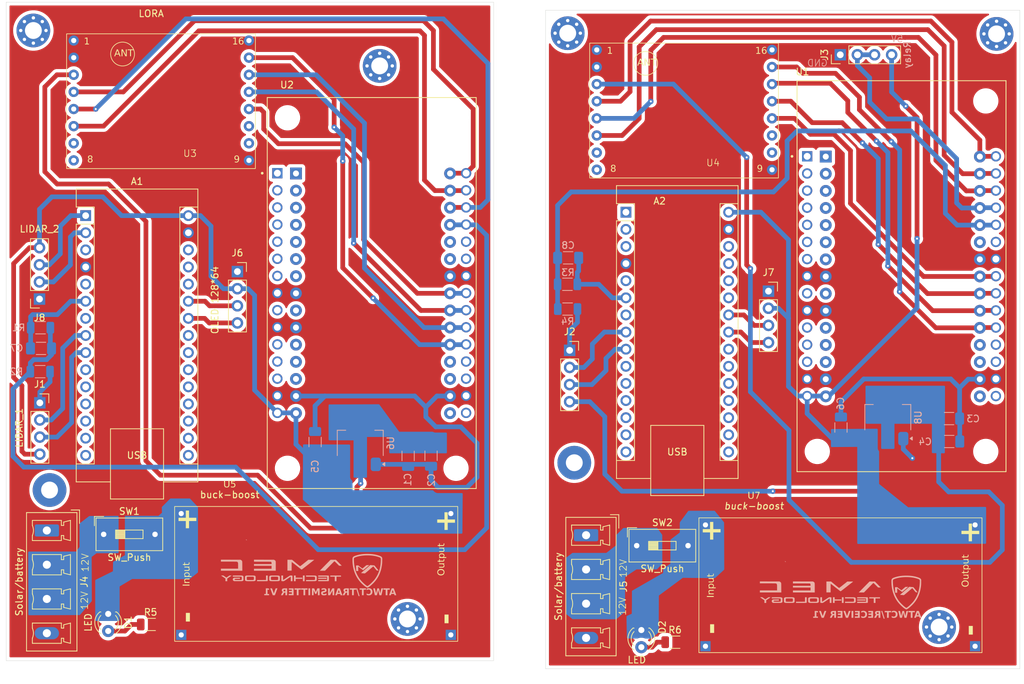
<source format=kicad_pcb>
(kicad_pcb (version 20240108) (generator "pcbnew") (generator_version "8.0")
  (title_block (title "trainPassing_Rx_Tx_Module") (rev "NA") (company "A!G") (comment 1 "Designer: Ajay Gautam/9763374866"))
  (layers (0 "F.Cu" signal) (31 "B.Cu" signal) (34 "B.Paste" user) (35 "F.Paste" user) (36 "B.SilkS" user "B.Silkscreen") (37 "F.SilkS" user "F.Silkscreen") (38 "B.Mask" user) (39 "F.Mask" user) (44 "Edge.Cuts" user))
  (net 0 "")
  (net 1 "SDA1")
  (net 2 "Trigger_pin")
  (net 8 "Net-(A1-D0{slash}RX)")
  (net 10 "Net-(A1-D5)")
  (net 12 "+5V_1")
  (net 13 "Net-(A1-D1{slash}TX)")
  (net 14 "GND_1")
  (net 18 "SDL1")
  (net 28 "Net-(A1-D6)")
  (net 32 "SDA2")
  (net 36 "GND")
  (net 38 "+5V")
  (net 46 "pin_2")
  (net 51 "SDL2")
  (net 53 "Net-(A2-D6)")
  (net 54 "Net-(A2-D5)")
  (net 59 "+3.3V_1")
  (net 60 "+3.3V")
  (net 61 "Net-(U2-D3)")
  (net 62 "Net-(U1-D4)")
  (net 63 "Net-(J3-IN1)")
  (net 64 "MISO_2")
  (net 65 "NSS2")
  (net 74 "RST2")
  (net 79 "MOSI_2")
  (net 90 "SCK_2")
  (net 95 "DIO1_2")
  (net 96 "DIO0_2")
  (net 103 "MISO_1")
  (net 113 "SCK_1")
  (net 116 "DIO0_1")
  (net 117 "MOSI_1")
  (net 121 "DIO1_1")
  (net 124 "RST1")
  (net 136 "NSS1")
  (net 148 "Net-(D1-K)")
  (net 149 "Net-(D1-A)")
  (net 150 "Net-(D2-K)")
  (net 151 "Net-(D2-A)")
  (net 152 "Net-(J14-Pin_2)")
  (net 153 "Net-(J15-Pin_2)")
  (footprint "" (layer "F.Cu") (at 156.9 130.25)
    (property "Reference" "")
    (property "Value" "")
  )
  (footprint "BUCK_XL6009:BUCK_XL6009" (layer "F.Cu") (at 176.36 139.475)
    (property "Reference" "U7")
    (property "Value" "buck-boost")
  )
  (footprint "Connector_Phoenix_MC_HighVoltage:PhoenixContact_MCV_1,5_4-G-5.08_1x04_P5.08mm_Vertical" (layer "F.Cu") (at 158.65 141 -90)
    (property "Reference" "J5")
    (property "Value" "Solar/battery")
  )
  (footprint "ESP8266_Module:MODULE_VMA107" (layer "F.Cu") (at 205.4475 102.575)
    (property "Reference" "U1")
    (property "Value" "VMA107")
  )
  (footprint "MountingHole:MountingHole_2.5mm_Pad_Via" (layer "F.Cu") (at 219.55 66.625)
    (property "Reference" "REF**" (hide yes))
    (property "Value" "MountingHole_2.5mm_Pad_Via" (hide yes))
  )
  (footprint "Connector_PinHeader_2.54mm:PinHeader_1x04_P2.54mm_Vertical" (layer "F.Cu") (at 196.36 69.725 90)
    (property "Reference" "J3")
    (property "Value" "Relay")
  )
  (footprint "" (layer "F.Cu") (at 79.05 134.3)
    (property "Reference" "")
    (property "Value" "")
  )
  (footprint "MountingHole:MountingHole_2.5mm_Pad_Via" (layer "F.Cu") (at 132.15 153.425)
    (property "Reference" "REF**" (hide yes))
    (property "Value" "MountingHole_2.5mm_Pad_Via" (hide yes))
  )
  (footprint "Module:Arduino_Nano" (layer "F.Cu") (at 84.41 93.59)
    (property "Reference" "A1")
    (property "Value" "Arduino_Nano_v3.x")
  )
  (footprint "Connector_PinSocket_2.54mm:PinSocket_1x04_P2.54mm_Vertical" (layer "F.Cu") (at 106.92 101.89)
    (property "Reference" "J6")
    (property "Value" "OLED 128*64")
  )
  (footprint "Button_Switch_THT:SW_DIP_SPSTx01_Slide_9.78x4.72mm_W7.62mm_P2.54mm" (layer "F.Cu") (at 87.08 140.875)
    (property "Reference" "SW1")
    (property "Value" "SW_Push")
  )
  (footprint "Connector_PinSocket_2.54mm:PinSocket_1x04_P2.54mm_Vertical" (layer "F.Cu") (at 156.21 113.575)
    (property "Reference" "J2")
    (property "Value" "LIDAR_3")
  )
  (footprint "LED_THT:LED_D3.0mm" (layer "F.Cu") (at 87.75 152.675 -90)
    (property "Reference" "D1")
    (property "Value" "LED")
  )
  (footprint "MountingHole:MountingHole_2.5mm_Pad_Via" (layer "F.Cu") (at 76.65 66.125)
    (property "Reference" "REF**" (hide yes))
    (property "Value" "MountingHole_2.5mm_Pad_Via" (hide yes))
  )
  (footprint "MountingHole:MountingHole_2.5mm_Pad_Via" (layer "F.Cu") (at 155.925 66.525)
    (property "Reference" "REF**" (hide yes))
    (property "Value" "MountingHole_2.5mm_Pad_Via" (hide yes))
  )
  (footprint "Resistor_SMD:R_1206_3216Metric" (layer "F.Cu") (at 94.04 154.245)
    (property "Reference" "R5")
    (property "Value" "1k")
  )
  (footprint "Connector_Phoenix_MC_HighVoltage:PhoenixContact_MCV_1,5_4-G-5.08_1x04_P5.08mm_Vertical" (layer "F.Cu") (at 78.65 140.3 -90)
    (property "Reference" "J4")
    (property "Value" "Solar/battery")
  )
  (footprint "Resistor_SMD:R_1206_3216Metric" (layer "F.Cu") (at 171.85 156.875)
    (property "Reference" "R6")
    (property "Value" "1k")
  )
  (footprint "Module:Arduino_Nano" (layer "F.Cu") (at 164.56 93.085)
    (property "Reference" "A2")
    (property "Value" "Arduino_Nano_v3.x")
  )
  (footprint "Connector_PinSocket_2.54mm:PinSocket_1x04_P2.54mm_Vertical" (layer "F.Cu") (at 185.71 104.795)
    (property "Reference" "J7")
    (property "Value" "OLED 128*64")
  )
  (footprint "MountingHole:MountingHole_2.5mm_Pad_Via" (layer "F.Cu") (at 128.025825 71.375825)
    (property "Reference" "REF**" (hide yes))
    (property "Value" "MountingHole_2.5mm_Pad_Via" (hide yes))
  )
  (footprint "MountingHole:MountingHole_2.5mm_Pad_Via" (layer "F.Cu") (at 211.025 154.625)
    (property "Reference" "REF**" (hide yes))
    (property "Value" "MountingHole_2.5mm_Pad_Via" (hide yes))
  )
  (footprint "ESP8266_Module:MODULE_VMA107" (layer "F.Cu") (at 126.85 105.075)
    (property "Reference" "U2")
    (property "Value" "VMA107")
  )
  (footprint "LED_THT:LED_D3.0mm" (layer "F.Cu") (at 166.85 155.075 -90)
    (property "Reference" "D2")
    (property "Value" "LED")
  )
  (footprint "RA_02_LoRa:RA_02_LoRa" (layer "F.Cu") (at 171.735 64)
    (property "Reference" "U4")
    (property "Value" "LORA")
  )
  (footprint "Connector_PinSocket_2.54mm:PinSocket_1x04_P2.54mm_Vertical" (layer "F.Cu") (at 77.56 105.965 180)
    (property "Reference" "J8")
    (property "Value" "LIDAR_2")
  )
  (footprint "Connector_PinSocket_2.54mm:PinSocket_1x04_P2.54mm_Vertical" (layer "F.Cu") (at 77.61 121.365)
    (property "Reference" "J1")
    (property "Value" "LIDAR_1")
  )
  (footprint "BUCK_XL6009:BUCK_XL6009" (layer "F.Cu") (at 98.585 137.79)
    (property "Reference" "U5")
    (property "Value" "buck-boost")
  )
  (footprint "RA_02_LoRa:RA_02_LoRa" (layer "F.Cu") (at 94.135 62.615)
    (property "Reference" "U3")
    (property "Value" "LORA")
  )
  (footprint "Button_Switch_THT:SW_DIP_SPSTx01_Slide_9.78x4.72mm_W7.62mm_P2.54mm" (layer "F.Cu") (at 166.1575 142.55)
    (property "Reference" "SW2")
    (property "Value" "SW_Push")
  )
  (footprint "Capacitor_SMD:C_1206_3216Metric_Pad1.33x1.80mm_HandSolder" (layer "B.Cu") (at 196.46 125.025 90)
    (property "Reference" "C6")
    (property "Value" "10uf")
  )
  (footprint "Resistor_SMD:R_1206_3216Metric" (layer "B.Cu") (at 77.71 110.22)
    (property "Reference" "R1")
    (property "Value" "1k")
  )
  (footprint "Capacitor_SMD:C_1206_3216Metric_Pad1.33x1.80mm_HandSolder" (layer "B.Cu") (at 212.525 127.1)
    (property "Reference" "C4")
    (property "Value" "100uf")
  )
  (footprint "Capacitor_SMD:C_1206_3216Metric_Pad1.33x1.80mm_HandSolder" (layer "B.Cu") (at 118.4475 127.1775 90)
    (property "Reference" "C5")
    (property "Value" "10uf")
  )
  (footprint "Package_TO_SOT_SMD:SOT-223-3_TabPin2" (layer "B.Cu") (at 125.1475 127.34 90)
    (property "Reference" "U6")
    (property "Value" "AMS1117-3.3")
  )
  (footprint "Capacitor_SMD:C_1206_3216Metric_Pad1.33x1.80mm_HandSolder" (layer "B.Cu") (at 155.985 99.85 180)
    (property "Reference" "C8")
    (property "Value" "22pf")
  )
  (footprint "Resistor_SMD:R_1206_3216Metric" (layer "B.Cu") (at 155.91 107.45)
    (property "Reference" "R4")
    (property "Value" "2k")
  )
  (footprint "Resistor_SMD:R_1206_3216Metric" (layer "B.Cu") (at 77.66 116.735)
    (property "Reference" "R2")
    (property "Value" "2k")
  )
  (footprint "Capacitor_SMD:C_1206_3216Metric_Pad1.33x1.80mm_HandSolder" (layer "B.Cu") (at 135.6475 129.215 -90)
    (property "Reference" "C2")
    (property "Value" "100uf")
  )
  (footprint "Package_TO_SOT_SMD:SOT-223-3_TabPin2" (layer "B.Cu") (at 203.41 123.525 90)
    (property "Reference" "U8")
    (property "Value" "AMS1117-3.3")
  )
  (footprint "Resistor_SMD:R_1206_3216Metric" (layer "B.Cu") (at 155.885 103.775 180)
    (property "Reference" "R3")
    (property "Value" "1k")
  )
  (footprint "Capacitor_SMD:C_1206_3216Metric_Pad1.33x1.80mm_HandSolder" (layer "B.Cu") (at 77.785 113.29)
    (property "Reference" "C7")
    (property "Value" "22pf")
  )
  (footprint "LOGO" (layer "B.Cu") (at 116.425 145.2 180)
    (property "Reference" "G***" (hide yes))
    (property "Value" "LOGO" (hide yes))
  )
  (footprint "LOGO" (layer "B.Cu") (at 196.385 148.425 180)
    (property "Reference" "G***" (hide yes))
    (property "Value" "LOGO" (hide yes))
  )
  (footprint "Capacitor_SMD:C_1206_3216Metric_Pad1.33x1.80mm_HandSolder" (layer "B.Cu") (at 132.2475 129.24 -90)
    (property "Reference" "C1")
    (property "Value" "10uf")
  )
  (footprint "Capacitor_SMD:C_1206_3216Metric_Pad1.33x1.80mm_HandSolder" (layer "B.Cu") (at 212.5 123.7)
    (property "Reference" "C3")
    (property "Value" "10uf")
  )
  (gr_rect (start 152.635 63.125) (end 223.01 160.825) (stroke (width 0.05)) (fill none) (layer "Edge.Cuts"))
  (gr_rect (start 72.61 61.915) (end 144.935 159.615) (stroke (width 0.05)) (fill none) (layer "Edge.Cuts"))
  (gr_text "ATWCT/RECEIVER V1" (at 208.4 153.425 0) (layer "B.SilkS") (effects (font (size 1 1) (thickness 0.2) (bold yes)) (justify left bottom mirror)))
  (gr_text "ATWCT/TRANSMITTER V1" (at 130.5 150.075 0) (layer "B.SilkS") (effects (font (size 1 1) (thickness 0.25) (bold yes)) (justify left bottom mirror)))
  (gr_text "GND" (at 194.56 71.525 0) (layer "B.SilkS") (effects (font (size 1 1) (thickness 0.1)) (justify left bottom mirror)))
  (gr_text "5V" (at 205.76 67.925 0) (layer "B.SilkS") (effects (font (size 1 1) (thickness 0.1)) (justify left bottom mirror)))
  (gr_text "12V" (at 164.65 153 90) (layer "F.SilkS") (effects (font (size 1 1) (thickness 0.1)) (justify left bottom)))
  (gr_text "12V" (at 84.925 146.525 90) (layer "F.SilkS") (effects (font (size 1 1) (thickness 0.1)) (justify left bottom)))
  (gr_text "12V" (at 84.825 152.15 90) (layer "F.SilkS") (effects (font (size 1 1) (thickness 0.1)) (justify left bottom)))
  (gr_text "12V" (at 164.75 147.375 90) (layer "F.SilkS") (effects (font (size 1 1) (thickness 0.1)) (justify left bottom)))
  (segment (start 102.735 109.51) (end 106.92 109.51) (width 0.7) (layer "F.Cu") (net 1))
  (segment (start 99.65 108.83) (end 102.055 108.83) (width 0.7) (layer "F.Cu") (net 1))
  (segment (start 102.055 108.83) (end 102.735 109.51) (width 0.7) (layer "F.Cu") (net 1))
  (segment (start 76.55 108.275) (end 76.2475 108.5775) (width 0.7) (layer "B.Cu") (net 2))
  (segment (start 76.2475 108.5775) (end 76.2475 110.22) (width 0.7) (layer "B.Cu") (net 2))
  (segment (start 76.2475 113.265) (end 76.2225 113.29) (width 0.7) (layer "B.Cu") (net 2))
  (segment (start 80.2 108.275) (end 76.55 108.275) (width 0.7) (layer "B.Cu") (net 2))
  (segment (start 82.185 106.29) (end 80.2 108.275) (width 0.7) (layer "B.Cu") (net 2))
  (segment (start 84.41 106.29) (end 82.185 106.29) (width 0.7) (layer "B.Cu") (net 2))
  (segment (start 76.2475 110.22) (end 76.2475 113.265) (width 0.7) (layer "B.Cu") (net 2))
  (segment (start 82.15 96.75) (end 82.15 100.9) (width 0.7) (layer "B.Cu") (net 8))
  (segment (start 82.77 96.13) (end 82.15 96.75) (width 0.7) (layer "B.Cu") (net 8))
  (segment (start 79.625 103.425) (end 77.56 103.425) (width 0.7) (layer "B.Cu") (net 8))
  (segment (start 82.15 100.9) (end 79.625 103.425) (width 0.7) (layer "B.Cu") (net 8))
  (segment (start 84.41 96.13) (end 82.77 96.13) (width 0.7) (layer "B.Cu") (net 8))
  (segment (start 77.61 123.905) (end 79.295 123.905) (width 0.7) (layer "B.Cu") (net 10))
  (segment (start 82.88 111.37) (end 84.41 111.37) (width 0.7) (layer "B.Cu") (net 10))
  (segment (start 79.295 123.905) (end 81 122.2) (width 0.7) (layer "B.Cu") (net 10))
  (segment (start 81 113.25) (end 82.88 111.37) (width 0.7) (layer "B.Cu") (net 10))
  (segment (start 81 122.2) (end 81 113.25) (width 0.7) (layer "B.Cu") (net 10))
  (segment (start 74.95 118.825) (end 73.725 117.6) (width 0.7) (layer "F.Cu") (net 12))
  (segment (start 77.61 128.985) (end 75.385 128.985) (width 0.7) (layer "F.Cu") (net 12))
  (segment (start 73.725 100.7) (end 76.08 98.345) (width 0.7) (layer "F.Cu") (net 12))
  (segment (start 74.95 128.55) (end 74.95 118.825) (width 0.7) (layer "F.Cu") (net 12))
  (segment (start 75.385 128.985) (end 74.95 128.55) (width 0.7) (layer "F.Cu") (net 12))
  (segment (start 76.08 98.345) (end 77.56 98.345) (width 0.7) (layer "F.Cu") (net 12))
  (segment (start 73.725 117.6) (end 73.725 100.7) (width 0.7) (layer "F.Cu") (net 12))
  (segment (start 101.44 93.59) (end 103 95.15) (width 0.7) (layer "B.Cu") (net 12))
  (segment (start 86.95 90.8) (end 79.4 90.8) (width 0.7) (layer "B.Cu") (net 12))
  (segment (start 99.65 93.59) (end 101.44 93.59) (width 0.7) (layer "B.Cu") (net 12))
  (segment (start 112.85 122.855) (end 109.475 119.48) (width 0.7) (layer "B.Cu") (net 12))
  (segment (start 103 95.15) (end 103 102.575) (width 0.7) (layer "B.Cu") (net 12))
  (segment (start 115.61 127.51) (end 115.61 122.895) (width 0.7) (layer "B.Cu") (net 12))
  (segment (start 89.74 93.59) (end 86.95 90.8) (width 0.7) (layer "B.Cu") (net 12))
  (segment (start 112.85 122.855) (end 115.57 122.855) (width 0.7) (layer "B.Cu") (net 12))
  (segment (start 109.475 119.48) (end 109.475 105.425) (width 0.7) (layer "B.Cu") (net 12))
  (segment (start 116.84 128.74) (end 115.61 127.51) (width 0.7) (layer "B.Cu") (net 12))
  (segment (start 115.57 122.855) (end 115.61 122.895) (width 0.7) (layer "B.Cu") (net 12))
  (segment (start 79.4 90.8) (end 77.56 92.64) (width 0.7) (layer "B.Cu") (net 12))
  (segment (start 108.48 104.43) (end 106.92 104.43) (width 0.7) (layer "B.Cu") (net 12))
  (segment (start 99.65 93.59) (end 89.74 93.59) (width 0.7) (layer "B.Cu") (net 12))
  (segment (start 104.855 104.43) (end 106.92 104.43) (width 0.7) (layer "B.Cu") (net 12))
  (segment (start 109.475 105.425) (end 108.48 104.43) (width 0.7) (layer "B.Cu") (net 12))
  (segment (start 77.56 92.64) (end 77.56 98.345) (width 0.7) (layer "B.Cu") (net 12))
  (segment (start 103 102.575) (end 104.855 104.43) (width 0.7) (layer "B.Cu") (net 12))
  (segment (start 118.4475 128.74) (end 116.84 128.74) (width 0.7) (layer "B.Cu") (net 12))
  (segment (start 79.015 100.885) (end 80.65 99.25) (width 0.7) (layer "B.Cu") (net 13))
  (segment (start 82.21 93.59) (end 84.41 93.59) (width 0.7) (layer "B.Cu") (net 13))
  (segment (start 77.56 100.885) (end 79.015 100.885) (width 0.7) (layer "B.Cu") (net 13))
  (segment (start 80.65 99.25) (end 80.65 95.15) (width 0.7) (layer "B.Cu") (net 13))
  (segment (start 80.65 95.15) (end 82.21 93.59) (width 0.7) (layer "B.Cu") (net 13))
  (segment (start 135.6475 132.8475) (end 136.7 133.9) (width 0.7) (layer "B.Cu") (net 14))
  (segment (start 136.52 120.355) (end 138.47 120.355) (width 0.7) (layer "B.Cu") (net 14))
  (segment (start 127.4475 130.49) (end 135.36 130.49) (width 0.7) (layer "B.Cu") (net 14))
  (segment (start 142.475 132.4) (end 142.475 127.35) (width 0.7) (layer "B.Cu") (net 14))
  (segment (start 134.875 123.45) (end 134.875 122) (width 0.7) (layer "B.Cu") (net 14))
  (segment (start 79.1225 116.735) (end 79.1225 118.2525) (width 0.7) (layer "B.Cu") (net 14))
  (segment (start 79.1225 118.2525) (end 77.61 119.765) (width 0.7) (layer "B.Cu") (net 14))
  (segment (start 118.4475 121.8075) (end 119.9 120.355) (width 0.7) (layer "B.Cu") (net 14))
  (segment (start 135.6475 130.7775) (end 135.6475 132.8475) (width 0.7) (layer "B.Cu") (net 14))
  (segment (start 140.975 133.9) (end 142.475 132.4) (width 0.7) (layer "B.Cu") (net 14))
  (segment (start 136.35 124.925) (end 134.875 123.45) (width 0.7) (layer "B.Cu") (net 14))
  (segment (start 133.23 120.355) (end 134.875 122) (width 0.7) (layer "B.Cu") (net 14))
  (segment (start 135.36 130.49) (end 135.6475 130.7775) (width 0.7) (layer "B.Cu") (net 14))
  (segment (start 136.7 133.9) (end 140.975 133.9) (width 0.7) (layer "B.Cu") (net 14))
  (segment (start 115.61 120.355) (end 119.9 120.355) (width 0.7) (layer "B.Cu") (net 14))
  (segment (start 134.875 122) (end 136.52 120.355) (width 0.7) (layer "B.Cu") (net 14))
  (segment (start 118.4475 125.615) (end 118.4475 121.8075) (width 0.7) (layer "B.Cu") (net 14))
  (segment (start 119.9 120.355) (end 133.23 120.355) (width 0.7) (layer "B.Cu") (net 14))
  (segment (start 140.05 124.925) (end 136.35 124.925) (width 0.7) (layer "B.Cu") (net 14))
  (segment (start 77.61 119.765) (end 77.61 121.365) (width 0.7) (layer "B.Cu") (net 14))
  (segment (start 142.475 127.35) (end 140.05 124.925) (width 0.7) (layer "B.Cu") (net 14))
  (segment (start 102.115 106.29) (end 99.65 106.29) (width 0.7) (layer "F.Cu") (net 18))
  (segment (start 102.795 106.97) (end 102.115 106.29) (width 0.7) (layer "F.Cu") (net 18))
  (segment (start 106.92 106.97) (end 102.795 106.97) (width 0.7) (layer "F.Cu") (net 18))
  (segment (start 84.41 113.91) (end 83.015 113.91) (width 0.7) (layer "B.Cu") (net 28))
  (segment (start 82.325 114.6) (end 82.325 124.275) (width 0.7) (layer "B.Cu") (net 28))
  (segment (start 80.155 126.445) (end 77.61 126.445) (width 0.7) (layer "B.Cu") (net 28))
  (segment (start 82.325 124.275) (end 80.155 126.445) (width 0.7) (layer "B.Cu") (net 28))
  (segment (start 83.015 113.91) (end 82.325 114.6) (width 0.7) (layer "B.Cu") (net 28))
  (segment (start 181.615 110.865) (end 183.165 112.415) (width 0.7) (layer "F.Cu") (net 32))
  (segment (start 179.8 110.865) (end 181.615 110.865) (width 0.7) (layer "F.Cu") (net 32))
  (segment (start 183.165 112.415) (end 185.71 112.415) (width 0.7) (layer "F.Cu") (net 32))
  (via (at 207.05 129.575) (size 0.8) (drill 0.3) (layers "F.Cu" "B.Cu") (net 36))
  (segment (start 214.0875 123.725) (end 214.0625 123.7) (width 0.7) (layer "B.Cu") (net 36))
  (segment (start 156.21 110.59) (end 156.21 113.575) (width 0.7) (layer "B.Cu") (net 36))
  (segment (start 214.0625 123.7) (end 214.0625 119.1375) (width 0.7) (layer "B.Cu") (net 36))
  (segment (start 205.71 126.675) (end 205.71 128.235) (width 0.7) (layer "B.Cu") (net 36))
  (segment (start 199.85 117.825) (end 212.75 117.825) (width 0.7) (layer "B.Cu") (net 36))
  (segment (start 212.75 117.825) (end 214.0625 119.1375) (width 0.7) (layer "B.Cu") (net 36))
  (segment (start 157.3725 107.45) (end 157.3725 109.4275) (width 0.7) (layer "B.Cu") (net 36))
  (segment (start 214.0875 127.1) (end 214.0875 123.725) (width 0.7) (layer "B.Cu") (net 36))
  (segment (start 157.3725 109.4275) (end 156.21 110.59) (width 0.7) (layer "B.Cu") (net 36))
  (segment (start 196.46 123.4625) (end 196.46 121.215) (width 0.7) (layer "B.Cu") (net 36))
  (segment (start 196.46 121.215) (end 199.85 117.825) (width 0.7) (layer "B.Cu") (net 36))
  (segment (start 214.0625 119.1375) (end 215.345 117.855) (width 0.7) (layer "B.Cu") (net 36))
  (segment (start 205.71 128.235) (end 207.05 129.575) (width 0.7) (layer "B.Cu") (net 36))
  (segment (start 215.345 117.855) (end 217.0675 117.855) (width 0.7) (layer "B.Cu") (net 36))
  (segment (start 206.075 77.35) (end 207.75 79.025) (width 0.7) (layer "F.Cu") (net 38))
  (segment (start 200.05 134.475) (end 205.05 139.475) (width 0.7) (layer "F.Cu") (net 38))
  (segment (start 186.35 134.475) (end 200.05 134.475) (width 0.7) (layer "F.Cu") (net 38))
  (segment (start 207.75 79.025) (end 207.75 97) (width 0.7) (layer "F.Cu") (net 38))
  (segment (start 205.05 139.475) (end 216.36 139.475) (width 0.7) (layer "F.Cu") (net 38))
  (via (at 186.35 134.475) (size 0.8) (drill 0.3) (layers "F.Cu" "B.Cu") (net 38))
  (via (at 206.075 77.35) (size 0.8) (drill 0.3) (layers "F.Cu" "B.Cu") (net 38))
  (via (at 207.75 97) (size 0.8) (drill 0.3) (layers "F.Cu" "B.Cu") (net 38))
  (segment (start 179.8 93.085) (end 184.585 93.085) (width 0.7) (layer "B.Cu") (net 38))
  (segment (start 191.4475 120.355) (end 190.105 120.355) (width 0.7) (layer "B.Cu") (net 38))
  (segment (start 207.75 97) (end 207.75 107.275) (width 0.7) (layer "B.Cu") (net 38))
  (segment (start 188.675 108.825) (end 187.185 107.335) (width 0.7) (layer "B.Cu") (net 38))
  (segment (start 203.98 75.255) (end 206.075 77.35) (width 0.7) (layer "B.Cu") (net 38))
  (segment (start 194.63 120.395) (end 194.2075 120.395) (width 0.7) (layer "B.Cu") (net 38))
  (segment (start 194.1675 120.355) (end 194.2075 120.395) (width 0.7) (layer "B.Cu") (net 38))
  (segment (start 187.185 107.335) (end 185.71 107.335) (width 0.7) (layer "B.Cu") (net 38))
  (segment (start 190.105 120.355) (end 188.675 118.925) (width 0.7) (layer "B.Cu") (net 38))
  (segment (start 161.425 123.425) (end 161.425 127.875) (width 0.7) (layer "B.Cu") (net 38))
  (segment (start 161.425 127.875) (end 161.425 131.925) (width 0.7) (layer "B.Cu") (net 38))
  (segment (start 156.21 121.195) (end 159.195 121.195) (width 0.7) (layer "B.Cu") (net 38))
  (segment (start 207.75 107.275) (end 194.63 120.395) (width 0.7) (layer "B.Cu") (net 38))
  (segment (start 159.195 121.195) (end 160 122) (width 0.7) (layer "B.Cu") (net 38))
  (segment (start 188.675 97.175) (end 188.675 108.825) (width 0.7) (layer "B.Cu") (net 38))
  (segment (start 188.675 118.925) (end 188.675 108.825) (width 0.7) (layer "B.Cu") (net 38))
  (segment (start 203.98 69.725) (end 203.98 75.255) (width 0.7) (layer "B.Cu") (net 38))
  (segment (start 191.4475 120.355) (end 194.1675 120.355) (width 0.7) (layer "B.Cu") (net 38))
  (segment (start 161.425 131.925) (end 162.35 132.85) (width 0.7) (layer "B.Cu") (net 38))
  (segment (start 191.4475 122.9475) (end 191.4475 120.355) (width 0.7) (layer "B.Cu") (net 38))
  (segment (start 163.975 134.475) (end 186.35 134.475) (width 0.7) (layer "B.Cu") (net 38))
  (segment (start 160 122) (end 161.425 123.425) (width 0.7) (layer "B.Cu") (net 38))
  (segment (start 184.585 93.085) (end 188.675 97.175) (width 0.7) (layer "B.Cu") (net 38))
  (segment (start 196.46 126.5875) (end 195.0875 126.5875) (width 0.7) (layer "B.Cu") (net 38))
  (segment (start 195.0875 126.5875) (end 191.4475 122.9475) (width 0.7) (layer "B.Cu") (net 38))
  (segment (start 162.35 132.85) (end 163.975 134.475) (width 0.7) (layer "B.Cu") (net 38))
  (segment (start 162.535 105.785) (end 160.525 103.775) (width 0.7) (layer "B.Cu") (net 46))
  (segment (start 157.5475 99.85) (end 157.5475 101.8025) (width 0.7) (layer "B.Cu") (net 46))
  (segment (start 157.5475 101.8025) (end 157.3475 102.0025) (width 0.7) (layer "B.Cu") (net 46))
  (segment (start 157.3475 102.0025) (end 157.3475 103.775) (width 0.7) (layer "B.Cu") (net 46))
  (segment (start 164.56 105.785) (end 162.535 105.785) (width 0.7) (layer "B.Cu") (net 46))
  (segment (start 160.525 103.775) (end 157.3475 103.775) (width 0.7) (layer "B.Cu") (net 46))
  (segment (start 182.05 108.325) (end 179.8 108.325) (width 0.7) (layer "F.Cu") (net 51))
  (segment (start 185.71 109.875) (end 183.6 109.875) (width 0.7) (layer "F.Cu") (net 51))
  (segment (start 183.6 109.875) (end 182.05 108.325) (width 0.7) (layer "F.Cu") (net 51))
  (segment (start 159.52 118.655) (end 156.21 118.655) (width 0.7) (layer "B.Cu") (net 53))
  (segment (start 161.6 114.775) (end 161.6 116.575) (width 0.7) (layer "B.Cu") (net 53))
  (segment (start 164.56 113.405) (end 162.97 113.405) (width 0.7) (layer "B.Cu") (net 53))
  (segment (start 161.6 116.575) (end 159.52 118.655) (width 0.7) (layer "B.Cu") (net 53))
  (segment (start 162.97 113.405) (end 161.6 114.775) (width 0.7) (layer "B.Cu") (net 53))
  (segment (start 156.21 116.115) (end 158.31 116.115) (width 0.7) (layer "B.Cu") (net 54))
  (segment (start 161.36 110.865) (end 164.56 110.865) (width 0.7) (layer "B.Cu") (net 54))
  (segment (start 158.31 116.115) (end 159.575 114.85) (width 0.7) (layer "B.Cu") (net 54))
  (segment (start 159.575 112.65) (end 161.36 110.865) (width 0.7) (layer "B.Cu") (net 54))
  (segment (start 159.575 114.85) (end 159.575 112.65) (width 0.7) (layer "B.Cu") (net 54))
  (segment (start 80.155 72.695) (end 78.35 74.5) (width 0.7) (layer "F.Cu") (net 59))
  (segment (start 109.925 132.1) (end 117.775 139.95) (width 0.7) (layer "F.Cu") (net 59))
  (segment (start 95.5 132.1) (end 109.925 132.1) (width 0.7) (layer "F.Cu") (net 59))
  (segment (start 93.35 94.45) (end 93.35 129.95) (width 0.7) (layer "F.Cu") (net 59))
  (segment (start 80.175 88.9) (end 87.8 88.9) (width 0.7) (layer "F.Cu") (net 59))
  (segment (start 82.635 72.695) (end 80.155 72.695) (width 0.7) (layer "F.Cu") (net 59))
  (segment (start 117.775 139.95) (end 122.375 139.95) (width 0.7) (layer "F.Cu") (net 59))
  (segment (start 124.65 137.675) (end 124.65 133.85) (width 0.7) (layer "F.Cu") (net 59))
  (segment (start 78.35 74.5) (end 78.35 87.075) (width 0.7) (layer "F.Cu") (net 59))
  (segment (start 78.35 87.075) (end 80.175 88.9) (width 0.7) (layer "F.Cu") (net 59))
  (segment (start 122.375 139.95) (end 124.65 137.675) (width 0.7) (layer "F.Cu") (net 59))
  (segment (start 87.8 88.9) (end 93.35 94.45) (width 0.7) (layer "F.Cu") (net 59))
  (segment (start 93.35 129.95) (end 95.5 132.1) (width 0.7) (layer "F.Cu") (net 59))
  (segment (start 124.65 133.85) (end 125.2 133.3) (width 0.7) (layer "F.Cu") (net 59))
  (via (at 125.2 133.3) (size 0.8) (drill 0.3) (layers "F.Cu" "B.Cu") (net 59))
  (segment (start 125.2 130.5425) (end 125.1475 130.49) (width 0.7) (layer "B.Cu") (net 59))
  (segment (start 125.2 133.3) (end 125.2 130.5425) (width 0.7) (layer "B.Cu") (net 59))
  (segment (start 182.475 100.9) (end 183.025 101.45) (width 0.7) (layer "F.Cu") (net 60))
  (segment (start 182.475 84.95) (end 182.475 100.9) (width 0.7) (layer "F.Cu") (net 60))
  (via (at 183.025 101.45) (size 0.8) (drill 0.3) (layers "F.Cu" "B.Cu") (net 60))
  (via (at 182.475 84.95) (size 0.8) (drill 0.3) (layers "F.Cu" "B.Cu") (net 60))
  (segment (start 183.025 101.45) (end 183.025 119.725) (width 0.7) (layer "B.Cu") (net 60))
  (segment (start 212.45 134.575) (end 210.9625 133.0875) (width 0.7) (layer "B.Cu") (net 60))
  (segment (start 220.4 143.175) (end 220.4 136.575) (width 0.7) (layer "B.Cu") (net 60))
  (segment (start 210.9625 133.0875) (end 210.9625 127.1) (width 0.7) (layer "B.Cu") (net 60))
  (segment (start 218.55 145.025) (end 220.4 143.175) (width 0.7) (layer "B.Cu") (net 60))
  (segment (start 160.235 74.08) (end 171.605 74.08) (width 0.7) (layer "B.Cu") (net 60))
  (segment (start 183.025 119.725) (end 188.75 125.45) (width 0.7) (layer "B.Cu") (net 60))
  (segment (start 198 145.025) (end 218.55 145.025) (width 0.7) (layer "B.Cu") (net 60))
  (segment (start 218.4 134.575) (end 212.45 134.575) (width 0.7) (layer "B.Cu") (net 60))
  (segment (start 220.4 136.575) (end 218.4 134.575) (width 0.7) (layer "B.Cu") (net 60))
  (segment (start 188.75 135.775) (end 198 145.025) (width 0.7) (layer "B.Cu") (net 60))
  (segment (start 171.605 74.08) (end 182.475 84.95) (width 0.7) (layer "B.Cu") (net 60))
  (segment (start 188.75 125.45) (end 188.75 135.775) (width 0.7) (layer "B.Cu") (net 60))
  (segment (start 79.1725 110.22) (end 79.1725 113.115) (width 0.7) (layer "B.Cu") (net 61))
  (segment (start 76.1975 116.735) (end 73.625 119.3075) (width 0.7) (layer "B.Cu") (net 61))
  (segment (start 142.33 94.955) (end 138.47 94.955) (width 0.7) (layer "B.Cu") (net 61))
  (segment (start 73.625 119.3075) (end 73.625 129.3) (width 0.7) (layer "B.Cu") (net 61))
  (segment (start 106.675 130.9) (end 118.925 143.15) (width 0.7) (layer "B.Cu") (net 61))
  (segment (start 118.925 143.15) (end 140.65 143.15) (width 0.7) (layer "B.Cu") (net 61))
  (segment (start 76.1975 115.4525) (end 76.7 114.95) (width 0.7) (layer "B.Cu") (net 61))
  (segment (start 76.7 114.95) (end 78.625 114.95) (width 0.7) (layer "B.Cu") (net 61))
  (segment (start 79.3475 114.2275) (end 79.3475 113.29) (width 0.7) (layer "B.Cu") (net 61))
  (segment (start 78.625 114.95) (end 79.3475 114.2275) (width 0.7) (layer "B.Cu") (net 61))
  (segment (start 143.9 96.525) (end 142.33 94.955) (width 0.7) (layer "B.Cu") (net 61))
  (segment (start 76.1975 116.735) (end 76.1975 115.4525) (width 0.7) (layer "B.Cu") (net 61))
  (segment (start 143.9 139.9) (end 143.9 96.525) (width 0.7) (layer "B.Cu") (net 61))
  (segment (start 73.625 129.3) (end 75.225 130.9) (width 0.7) (layer "B.Cu") (net 61))
  (segment (start 79.1725 113.115) (end 79.3475 113.29) (width 0.7) (layer "B.Cu") (net 61))
  (segment (start 75.225 130.9) (end 106.675 130.9) (width 0.7) (layer "B.Cu") (net 61))
  (segment (start 140.65 143.15) (end 143.9 139.9) (width 0.7) (layer "B.Cu") (net 61))
  (segment (start 213.695 94.995) (end 217.0675 94.995) (width 0.7) (layer "B.Cu") (net 62))
  (segment (start 154.4225 99.85) (end 154.4225 107.425) (width 0.7) (layer "B.Cu") (net 62))
  (segment (start 219.4075 94.995) (end 219.4475 94.955) (width 0.7) (layer "B.Cu") (net 62))
  (segment (start 211.95 93.25) (end 213.695 94.995) (width 0.7) (layer "B.Cu") (net 62))
  (segment (start 154.4225 99.85) (end 154.4225 92.0775) (width 0.7) (layer "B.Cu") (net 62))
  (segment (start 156.425 90.075) (end 186.45 90.075) (width 0.7) (layer "B.Cu") (net 62))
  (segment (start 154.4225 107.425) (end 154.4475 107.45) (width 0.7) (layer "B.Cu") (net 62))
  (segment (start 217.0675 94.995) (end 219.4075 94.995) (width 0.7) (layer "B.Cu") (net 62))
  (segment (start 189.95 81.025) (end 206.825 81.025) (width 0.7) (layer "B.Cu") (net 62))
  (segment (start 186.45 90.075) (end 188.475 88.05) (width 0.7) (layer "B.Cu") (net 62))
  (segment (start 206.825 81.025) (end 211.95 86.15) (width 0.7) (layer "B.Cu") (net 62))
  (segment (start 188.475 82.5) (end 189.95 81.025) (width 0.7) (layer "B.Cu") (net 62))
  (segment (start 154.4225 92.0775) (end 156.425 90.075) (width 0.7) (layer "B.Cu") (net 62))
  (segment (start 188.475 88.05) (end 188.475 82.5) (width 0.7) (layer "B.Cu") (net 62))
  (segment (start 211.95 86.15) (end 211.95 93.25) (width 0.7) (layer "B.Cu") (net 62))
  (segment (start 200.725 73.15) (end 198.9 71.325) (width 0.7) (layer "B.Cu") (net 63))
  (segment (start 217.1075 92.415) (end 217.0675 92.455) (width 0.7) (layer "B.Cu") (net 63))
  (segment (start 213.625 85.15) (end 207.725 79.25) (width 0.7) (layer "B.Cu") (net 63))
  (segment (start 200.725 76.75) (end 200.725 73.15) (width 0.7) (layer "B.Cu") (net 63))
  (segment (start 207.725 79.25) (end 203.225 79.25) (width 0.7) (layer "B.Cu") (net 63))
  (segment (start 213.625 91.7) (end 213.625 85.15) (width 0.7) (layer "B.Cu") (net 63))
  (segment (start 201.44 69.725) (end 198.9 69.725) (width 0.7) (layer "B.Cu") (net 63))
  (segment (start 214.38 92.455) (end 213.625 91.7) (width 0.7) (layer "B.Cu") (net 63))
  (segment (start 198.9 71.325) (end 198.9 69.725) (width 0.7) (layer "B.Cu") (net 63))
  (segment (start 203.225 79.25) (end 200.725 76.75) (width 0.7) (layer "B.Cu") (net 63))
  (segment (start 219.4475 92.415) (end 217.1075 92.415) (width 0.7) (layer "B.Cu") (net 63))
  (segment (start 217.0675 92.455) (end 214.38 92.455) (width 0.7) (layer "B.Cu") (net 63))
  (segment (start 217.1075 105.115) (end 217.0675 105.155) (width 0.7) (layer "F.Cu") (net 64))
  (segment (start 196.65 79.8) (end 192.2 79.8) (width 0.7) (layer "F.Cu") (net 64))
  (segment (start 189.02 76.62) (end 186.235 76.62) (width 0.7) (layer "F.Cu") (net 64))
  (segment (start 219.4475 105.115) (end 217.1075 105.115) (width 0.7) (layer "F.Cu") (net 64))
  (segment (start 199.65 82.8) (end 196.65 79.8) (width 0.7) (layer "F.Cu") (net 64))
  (segment (start 209.305 105.155) (end 202 97.85) (width 0.7) (layer "F.Cu") (net 64))
  (segment (start 192.2 79.8) (end 189.02 76.62) (width 0.7) (layer "F.Cu") (net 64))
  (segment (start 217.0675 105.155) (end 209.305 105.155) (width 0.7) (layer "F.Cu") (net 64))
  (via (at 199.65 82.8) (size 0.8) (drill 0.3) (layers "F.Cu" "B.Cu") (net 64))
  (via (at 202 97.85) (size 0.8) (drill 0.3) (layers "F.Cu" "B.Cu") (net 64))
  (segment (start 202 85.15) (end 199.65 82.8) (width 0.7) (layer "B.Cu") (net 64))
  (segment (start 202 97.85) (end 202 85.15) (width 0.7) (layer "B.Cu") (net 64))
  (segment (start 199.2 77.875) (end 199.2 76.025) (width 0.7) (layer "F.Cu") (net 65))
  (segment (start 219.4475 110.195) (end 217.1075 110.195) (width 0.7) (layer "F.Cu") (net 65))
  (segment (start 199.2 76.025) (end 195.65 72.475) (width 0.7) (layer "F.Cu") (net 65))
  (segment (start 195.65 72.475) (end 190.825 72.475) (width 0.7) (layer "F.Cu") (net 65))
  (segment (start 210.535 110.235) (end 217.0675 110.235) (width 0.7) (layer "F.Cu") (net 65))
  (segment (start 189.89 71.54) (end 186.235 71.54) (width 0.7) (layer "F.Cu") (net 65))
  (segment (start 203.925 82.6) (end 199.2 77.875) (width 0.7) (layer "F.Cu") (net 65))
  (segment (start 217.1075 110.195) (end 217.0675 110.235) (width 0.7) (layer "F.Cu") (net 65))
  (segment (start 190.825 72.475) (end 189.89 71.54) (width 0.7) (layer "F.Cu") (net 65))
  (segment (start 205.1625 104.8625) (end 210.535 110.235) (width 0.7) (layer "F.Cu") (net 65))
  (via (at 203.925 82.6) (size 0.8) (drill 0.3) (layers "F.Cu" "B.Cu") (net 65))
  (via (at 205.1625 104.8625) (size 0.8) (drill 0.3) (layers "F.Cu" "B.Cu") (net 65))
  (segment (start 205.175 104.85) (end 205.175 83.85) (width 0.7) (layer "B.Cu") (net 65))
  (segment (start 205.1625 104.8625) (end 205.175 104.85) (width 0.7) (layer "B.Cu") (net 65))
  (segment (start 205.175 83.85) (end 203.925 82.6) (width 0.7) (layer "B.Cu") (net 65))
  (segment (start 219.4475 84.795) (end 217.1075 84.795) (width 0.7) (layer "F.Cu") (net 74))
  (segment (start 209.8 64.725) (end 168.225 64.725) (width 0.7) (layer "F.Cu") (net 74))
  (segment (start 163.755 76.62) (end 160.235 76.62) (width 0.7) (layer "F.Cu") (net 74))
  (segment (start 217.1075 84.795) (end 217.0675 84.835) (width 0.7) (layer "F.Cu") (net 74))
  (segment (start 168.225 64.725) (end 165.175 67.775) (width 0.7) (layer "F.Cu") (net 74))
  (segment (start 165.175 67.775) (end 165.175 75.2) (width 0.7) (layer "F.Cu") (net 74))
  (segment (start 212.925 78.25) (end 212.925 67.85) (width 0.7) (layer "F.Cu") (net 74))
  (segment (start 217.0675 84.835) (end 217.0675 82.3925) (width 0.7) (layer "F.Cu") (net 74))
  (segment (start 212.925 67.85) (end 209.8 64.725) (width 0.7) (layer "F.Cu") (net 74))
  (segment (start 165.175 75.2) (end 163.755 76.62) (width 0.7) (layer "F.Cu") (net 74))
  (segment (start 217.0675 82.3925) (end 212.925 78.25) (width 0.7) (layer "F.Cu") (net 74))
  (segment (start 219.4475 107.655) (end 217.1075 107.655) (width 0.7) (layer "F.Cu") (net 79))
  (segment (start 210.07 107.695) (end 203.425 101.05) (width 0.7) (layer "F.Cu") (net 79))
  (segment (start 186.365 73.95) (end 186.235 74.08) (width 0.7) (layer "F.Cu") (net 79))
  (segment (start 217.1075 107.655) (end 217.0675 107.695) (width 0.7) (layer "F.Cu") (net 79))
  (segment (start 197.475 76.55) (end 194.875 73.95) (width 0.7) (layer "F.Cu") (net 79))
  (segment (start 194.875 73.95) (end 186.365 73.95) (width 0.7) (layer "F.Cu") (net 79))
  (segment (start 197.475 78.275) (end 197.475 76.55) (width 0.7) (layer "F.Cu") (net 79))
  (segment (start 201.725 82.525) (end 197.475 78.275) (width 0.7) (layer "F.Cu") (net 79))
  (segment (start 217.0675 107.695) (end 210.07 107.695) (width 0.7) (layer "F.Cu") (net 79))
  (via (at 203.425 101.05) (size 0.8) (drill 0.3) (layers "F.Cu" "B.Cu") (net 79))
  (via (at 201.725 82.525) (size 0.8) (drill 0.3) (layers "F.Cu" "B.Cu") (net 79))
  (segment (start 203.425 101.05) (end 203.425 84.225) (width 0.7) (layer "B.Cu") (net 79))
  (segment (start 203.425 84.225) (end 201.725 82.525) (width 0.7) (layer "B.Cu") (net 79))
  (segment (start 191.925 81.525) (end 189.56 79.16) (width 0.7) (layer "F.Cu") (net 90))
  (segment (start 197.875 91.775) (end 197.875 83.95) (width 0.7) (layer "F.Cu") (net 90))
  (segment (start 189.56 79.16) (end 186.235 79.16) (width 0.7) (layer "F.Cu") (net 90))
  (segment (start 208.715 102.615) (end 197.875 91.775) (width 0.7) (layer "F.Cu") (net 90))
  (segment (start 219.4075 102.615) (end 219.4475 102.575) (width 0.7) (layer "F.Cu") (net 90))
  (segment (start 195.45 81.525) (end 191.925 81.525) (width 0.7) (layer "F.Cu") (net 90))
  (segment (start 197.875 83.95) (end 195.45 81.525) (width 0.7) (layer "F.Cu") (net 90))
  (segment (start 217.0675 102.615) (end 219.4075 102.615) (width 0.7) (layer "F.Cu") (net 90))
  (segment (start 217.0675 102.615) (end 208.715 102.615) (width 0.7) (layer "F.Cu") (net 90))
  (segment (start 166.525 68.55) (end 166.525 79.175) (width 0.7) (layer "F.Cu") (net 95))
  (segment (start 211.775 68.425) (end 209.35 66) (width 0.7) (layer "F.Cu") (net 95))
  (segment (start 217.1075 87.335) (end 217.0675 87.375) (width 0.7) (layer "F.Cu") (net 95))
  (segment (start 219.4475 87.335) (end 217.1075 87.335) (width 0.7) (layer "F.Cu") (net 95))
  (segment (start 169.075 66) (end 166.525 68.55) (width 0.7) (layer "F.Cu") (net 95))
  (segment (start 166.525 79.175) (end 164 81.7) (width 0.7) (layer "F.Cu") (net 95))
  (segment (start 209.35 66) (end 169.075 66) (width 0.7) (layer "F.Cu") (net 95))
  (segment (start 214.525 87.375) (end 211.775 84.625) (width 0.7) (layer "F.Cu") (net 95))
  (segment (start 211.775 84.625) (end 211.775 68.425) (width 0.7) (layer "F.Cu") (net 95))
  (segment (start 164 81.7) (end 160.235 81.7) (width 0.7) (layer "F.Cu") (net 95))
  (segment (start 217.0675 87.375) (end 214.525 87.375) (width 0.7) (layer "F.Cu") (net 95))
  (segment (start 210.55 69.75) (end 210.325 69.525) (width 0.7) (layer "F.Cu") (net 96))
  (segment (start 215.065 89.915) (end 210.55 85.4) (width 0.7) (layer "F.Cu") (net 96))
  (segment (start 207.95 67.15) (end 205.975 67.15) (width 0.7) (layer "F.Cu") (net 96))
  (segment (start 210.55 85.4) (end 210.55 69.75) (width 0.7) (layer "F.Cu") (net 96))
  (segment (start 205.975 67.15) (end 170.15 67.15) (width 0.7) (layer "F.Cu") (net 96))
  (segment (start 170.15 67.15) (end 168.25 69.05) (width 0.7) (layer "F.Cu") (net 96))
  (segment (start 219.4475 89.875) (end 217.1075 89.875) (width 0.7) (layer "F.Cu") (net 96))
  (segment (start 217.1075 89.875) (end 217.0675 89.915) (width 0.7) (layer "F.Cu") (net 96))
  (segment (start 217.0675 89.915) (end 215.065 89.915) (width 0.7) (layer "F.Cu") (net 96))
  (segment (start 168.25 69.05) (end 168.25 76.65) (width 0.7) (layer "F.Cu") (net 96))
  (segment (start 210.325 69.525) (end 207.95 67.15) (width 0.7) (layer "F.Cu") (net 96))
  (via (at 168.25 76.65) (size 0.8) (drill 0.3) (layers "F.Cu" "B.Cu") (net 96))
  (segment (start 168.25 76.65) (end 165.74 79.16) (width 0.7) (layer "B.Cu") (net 96))
  (segment (start 165.74 79.16) (end 160.235 79.16) (width 0.7) (layer "B.Cu") (net 96))
  (segment (start 138.47 107.655) (end 134.155 107.655) (width 0.7) (layer "F.Cu") (net 103))
  (segment (start 134.155 107.655) (end 124.175 97.675) (width 0.7) (layer "F.Cu") (net 103))
  (via (at 124.175 97.675) (size 0.8) (drill 0.3) (layers "F.Cu" "B.Cu") (net 103))
  (segment (start 138.47 107.655) (end 140.81 107.655) (width 0.7) (layer "B.Cu") (net 103))
  (segment (start 118.66 75.235) (end 108.635 75.235) (width 0.7) (layer "B.Cu") (net 103))
  (segment (start 124.175 97.675) (end 124.175 80.75) (width 0.7) (layer "B.Cu") (net 103))
  (segment (start 124.175 80.75) (end 118.66 75.235) (width 0.7) (layer "B.Cu") (net 103))
  (segment (start 140.81 107.655) (end 140.85 107.615) (width 0.7) (layer "B.Cu") (net 103))
  (segment (start 125.65 85.7) (end 122.875 82.925) (width 0.7) (layer "F.Cu") (net 113))
  (segment (start 113 82.925) (end 110.825 80.75) (width 0.7) (layer "F.Cu") (net 113))
  (segment (start 110.825 78.25) (end 110.35 77.775) (width 0.7) (layer "F.Cu") (net 113))
  (segment (start 110.825 80.75) (end 110.825 78.25) (width 0.7) (layer "F.Cu") (net 113))
  (segment (start 110.35 77.775) (end 108.635 77.775) (width 0.7) (layer "F.Cu") (net 113))
  (segment (start 122.875 82.925) (end 113 82.925) (width 0.7) (layer "F.Cu") (net 113))
  (segment (start 125.65 97.15) (end 125.65 85.7) (width 0.7) (layer "F.Cu") (net 113))
  (segment (start 133.615 105.115) (end 125.65 97.15) (width 0.7) (layer "F.Cu") (net 113))
  (segment (start 138.47 105.115) (end 133.615 105.115) (width 0.7) (layer "F.Cu") (net 113))
  (segment (start 140.81 105.115) (end 140.85 105.075) (width 0.7) (layer "B.Cu") (net 113))
  (segment (start 138.47 105.115) (end 140.81 105.115) (width 0.7) (layer "B.Cu") (net 113))
  (segment (start 82.635 77.775) (end 85.9 77.775) (width 0.7) (layer "F.Cu") (net 116))
  (segment (start 138.51 92.375) (end 138.47 92.415) (width 0.7) (layer "F.Cu") (net 116))
  (segment (start 140.85 92.375) (end 138.51 92.375) (width 0.7) (layer "F.Cu") (net 116))
  (via (at 85.9 77.775) (size 0.8) (drill 0.3) (layers "F.Cu" "B.Cu") (net 116))
  (segment (start 144.085 71.01) (end 144.085 91.24) (width 0.7) (layer "B.Cu") (net 116))
  (segment (start 99.275 64.4) (end 137.475 64.4) (width 0.7) (layer "B.Cu") (net 116))
  (segment (start 144.085 91.24) (end 142.95 92.375) (width 0.7) (layer "B.Cu") (net 116))
  (segment (start 142.95 92.375) (end 140.85 92.375) (width 0.7) (layer "B.Cu") (net 116))
  (segment (start 137.475 64.4) (end 144.085 71.01) (width 0.7) (layer "B.Cu") (net 116))
  (segment (start 85.9 77.775) (end 99.275 64.4) (width 0.7) (layer "B.Cu") (net 116))
  (segment (start 138.47 110.195) (end 134.595 110.195) (width 0.7) (layer "B.Cu") (net 117))
  (segment (start 125.775 101.375) (end 125.775 79.875) (width 0.7) (layer "B.Cu") (net 117))
  (segment (start 125.775 79.875) (end 118.595 72.695) (width 0.7) (layer "B.Cu") (net 117))
  (segment (start 118.595 72.695) (end 108.635 72.695) (width 0.7) (layer "B.Cu") (net 117))
  (segment (start 138.47 110.195) (end 140.81 110.195) (width 0.7) (layer "B.Cu") (net 117))
  (segment (start 134.595 110.195) (end 125.775 101.375) (width 0.7) (layer "B.Cu") (net 117))
  (segment (start 140.81 110.195) (end 140.85 110.155) (width 0.7) (layer "B.Cu") (net 117))
  (segment (start 134.675 88.325) (end 134.675 66.85) (width 0.7) (layer "F.Cu") (net 121))
  (segment (start 87.06 80.315) (end 82.635 80.315) (width 0.7) (layer "F.Cu") (net 121))
  (segment (start 138.47 89.875) (end 136.225 89.875) (width 0.7) (layer "F.Cu") (net 121))
  (segment (start 138.47 89.875) (end 140.81 89.875) (width 0.7) (layer "F.Cu") (net 121))
  (segment (start 136.225 89.875) (end 134.675 88.325) (width 0.7) (layer "F.Cu") (net 121))
  (segment (start 134 66.175) (end 101.2 66.175) (width 0.7) (layer "F.Cu") (net 121))
  (segment (start 134.675 66.85) (end 134 66.175) (width 0.7) (layer "F.Cu") (net 121))
  (segment (start 140.81 89.875) (end 140.85 89.835) (width 0.7) (layer "F.Cu") (net 121))
  (segment (start 101.2 66.175) (end 87.06 80.315) (width 0.7) (layer "F.Cu") (net 121))
  (segment (start 136 66.127208) (end 136 71.875) (width 0.7) (layer "F.Cu") (net 124))
  (segment (start 141.9 77.775) (end 141.9 86.245) (width 0.7) (layer "F.Cu") (net 124))
  (segment (start 141.9 86.245) (end 140.85 87.295) (width 0.7) (layer "F.Cu") (net 124))
  (segment (start 89.99 75.235) (end 100.55 64.675) (width 0.7) (layer "F.Cu") (net 124))
  (segment (start 138.51 87.295) (end 138.47 87.335) (width 0.7) (layer "F.Cu") (net 124))
  (segment (start 100.55 64.675) (end 134.547792 64.675) (width 0.7) (layer "F.Cu") (net 124))
  (segment (start 82.635 75.235) (end 89.99 75.235) (width 0.7) (layer "F.Cu") (net 124))
  (segment (start 134.547792 64.675) (end 136 66.127208) (width 0.7) (layer "F.Cu") (net 124))
  (segment (start 136 71.875) (end 141.9 77.775) (width 0.7) (layer "F.Cu") (net 124))
  (segment (start 140.85 87.295) (end 138.51 87.295) (width 0.7) (layer "F.Cu") (net 124))
  (segment (start 122.55 101.325) (end 122.55 85.5) (width 0.7) (layer "F.Cu") (net 136))
  (segment (start 115.105 70.155) (end 108.635 70.155) (width 0.7) (layer "F.Cu") (net 136))
  (segment (start 127.05 105.825) (end 122.55 101.325) (width 0.7) (layer "F.Cu") (net 136))
  (segment (start 121.275 76.325) (end 115.105 70.155) (width 0.7) (layer "F.Cu") (net 136))
  (segment (start 121.275 80.475) (end 121.275 76.325) (width 0.7) (layer "F.Cu") (net 136))
  (via (at 122.55 85.5) (size 0.8) (drill 0.3) (layers "F.Cu" "B.Cu") (net 136))
  (via (at 121.275 80.475) (size 0.8) (drill 0.3) (layers "F.Cu" "B.Cu") (net 136))
  (via (at 127.05 105.825) (size 0.8) (drill 0.3) (layers "F.Cu" "B.Cu") (net 136))
  (segment (start 140.81 112.735) (end 140.85 112.695) (width 0.7) (layer "B.Cu") (net 136))
  (segment (start 133.96 112.735) (end 127.05 105.825) (width 0.7) (layer "B.Cu") (net 136))
  (segment (start 138.47 112.735) (end 140.81 112.735) (width 0.7) (layer "B.Cu") (net 136))
  (segment (start 138.47 112.735) (end 133.96 112.735) (width 0.7) (layer "B.Cu") (net 136))
  (segment (start 122.55 85.5) (end 122.55 81.75) (width 0.7) (layer "B.Cu") (net 136))
  (segment (start 122.55 81.75) (end 121.275 80.475) (width 0.7) (layer "B.Cu") (net 136))
  (segment (start 91.205 154.245) (end 90.235 155.215) (width 0.7) (layer "F.Cu") (net 149))
  (segment (start 90.235 155.215) (end 87.75 155.215) (width 0.7) (layer "F.Cu") (net 149))
  (segment (start 92.5775 154.245) (end 91.205 154.245) (width 0.7) (layer "F.Cu") (net 149))
  (segment (start 166.85 157.615) (end 168.435 157.615) (width 0.7) (layer "F.Cu") (net 151))
  (segment (start 168.435 157.615) (end 169.175 156.875) (width 0.7) (layer "F.Cu") (net 151))
  (segment (start 169.175 156.875) (end 170.3875 156.875) (width 0.7) (layer "F.Cu") (net 151))
  (zone (net 36) (net_name "GND") (layer "F.Cu") (name "power2") (priority 6) (connect_pads yes (clearance 0.5)) (min_thickness 0.25) (fill yes (thermal_gap 0.5) (thermal_bridge_width 0.5))
    (polygon (pts (xy 151.3 61.975) (xy 223.475 62.2) (xy 223.625 163.1) (xy 151.55 163.05)))
  )
  (zone (net 14) (net_name "GND_1") (layer "F.Cu") (name "power2") (priority 5) (connect_pads yes (clearance 0.5)) (min_thickness 0.25) (fill yes (thermal_gap 0.5) (thermal_bridge_width 0.5))
    (polygon (pts (xy 72.225 61.6) (xy 145.3 61.625) (xy 145.525 160.825) (xy 71.7 160.875)))
  )
  (zone (net 60) (net_name "+3.3V") (layer "B.Cu") (name "power2") (priority 4) (connect_pads yes (clearance 0.5)) (min_thickness 0.25) (fill yes (thermal_gap 0.5) (thermal_bridge_width 0.5))
    (polygon (pts (xy 200.1 118.825) (xy 200.125 124.475) (xy 202.425 124.475) (xy 202.425 128.2) (xy 204.4 128.2) (xy 204.4 124.475) (xy 209.95 124.475) (xy 209.95 128.825) (xy 211.875 128.85) (xy 211.9 118.825)))
  )
  (zone (net 12) (net_name "+5V_1") (layer "B.Cu") (name "power2") (priority 1) (connect_pads yes (clearance 0.5)) (min_thickness 0.25) (fill yes (thermal_gap 0.5) (thermal_bridge_width 0.5))
    (polygon (pts (xy 116.65 127.525) (xy 123.925 127.55) (xy 124 134.325) (xy 140.35 134.325) (xy 140.3 140.775) (xy 122.3 140.775) (xy 116.625 135.725)))
  )
  (zone (net 153) (net_name "Net-(J15-Pin_2)") (layer "B.Cu") (name "power1") (priority 8) (connect_pads yes (clearance 0.5)) (min_thickness 0.25) (fill yes (thermal_gap 0.5) (thermal_bridge_width 0.5))
    (polygon (pts (xy 156.625 143.625) (xy 155.7 144.325) (xy 155.7 152.7) (xy 156.625 153.45) (xy 163.125 153.475) (xy 164.425 152.35) (xy 164.45 147.175) (xy 166.125 146.075) (xy 169.15 146.075) (xy 169.9575 145.25) (xy 169.95 140.95) (xy 169.2 139.925) (xy 164.175 139.925) (xy 163.125 140.975) (xy 163.125 142.475) (xy 161.65 143.625)))
  )
  (zone (net 152) (net_name "Net-(J14-Pin_2)") (layer "B.Cu") (name "power1") (connect_pads yes (clearance 0.5)) (min_thickness 0.25) (fill yes (thermal_gap 0.5) (thermal_bridge_width 0.5))
    (polygon (pts (xy 75.875 143.425) (xy 75.9 152.875) (xy 83.55 152.85) (xy 85.325 150.775) (xy 85.3 144.225) (xy 86.025 143.675) (xy 89.3 143.675) (xy 89.3 138.125) (xy 84.95 138.15) (xy 83.5 139.26) (xy 83.5 142.725) (xy 83 143.425)))
  )
  (zone (net 38) (net_name "+5V") (layer "B.Cu") (name "power2") (priority 3) (connect_pads yes (clearance 0.5)) (min_thickness 0.25) (fill yes (thermal_gap 0.5) (thermal_bridge_width 0.5))
    (polygon (pts (xy 194.975 125.25) (xy 194.975 127.925) (xy 198.875 127.9) (xy 198.875 142.3) (xy 218 142.275) (xy 218 136.8) (xy 206.425 136.85) (xy 202.125 133.4) (xy 202.125 125.2)))
  )
  (zone (net 148) (net_name "Net-(D1-K)") (layer "B.Cu") (name "power1") (priority 7) (connect_pads yes (clearance 0.5)) (min_thickness 0.25) (fill yes (thermal_gap 0.5) (thermal_bridge_width 0.5))
    (polygon (pts (xy 85.825 153.725) (xy 89.45 153.725) (xy 89.45 148.6) (xy 91.3 147.5) (xy 99.825 147.525) (xy 101.075 146.525) (xy 101.075 136.825) (xy 99.875 135.55) (xy 96.975 135.55) (xy 95.7 136.825) (xy 95.725 137.675) (xy 95.2 138.125) (xy 90.225 138.125) (xy 90.225 143.975) (xy 88.475 144.95) (xy 88.45 146.35) (xy 85.825 147.65)))
  )
  (zone (net 59) (net_name "+3.3V_1") (layer "B.Cu") (name "power2") (priority 2) (connect_pads yes (clearance 0.5)) (min_thickness 0.25) (fill yes (thermal_gap 0.5) (thermal_bridge_width 0.5))
    (polygon (pts (xy 120.45 121.6) (xy 120.45 126.925) (xy 124.15 126.925) (xy 124.15 132.475) (xy 126.15 132.475) (xy 126.15 126.425) (xy 129.45 126.425) (xy 129.45 128.85) (xy 138 128.85) (xy 138 125.65) (xy 130.925 125.65) (xy 127.95 121.575)))
  )
  (zone (net 150) (net_name "Net-(D2-K)") (layer "B.Cu") (name "power1") (priority 9) (connect_pads yes (clearance 0.5)) (min_thickness 0.25) (fill yes (thermal_gap 0.5) (thermal_bridge_width 0.5))
    (polygon (pts (xy 164.65 153.525) (xy 164.7 156.325) (xy 168.35 156.345) (xy 169.425 155.4) (xy 169.45 149.95) (xy 173 147.325) (xy 177.775 147.375) (xy 179.15 146.1) (xy 179.125 139.1) (xy 177.725 137.375) (xy 173.825 137.375) (xy 172.55 139.1) (xy 172.55 140.6) (xy 171.175 141.65) (xy 171.15 145.225) (xy 170.1 145.95) (xy 170.075 146.6) (xy 165.45 149.25) (xy 165.45 150.85) (xy 165.45 151.2) (xy 165.425 152.65) (xy 164.65 153)))
  )
)
</source>
